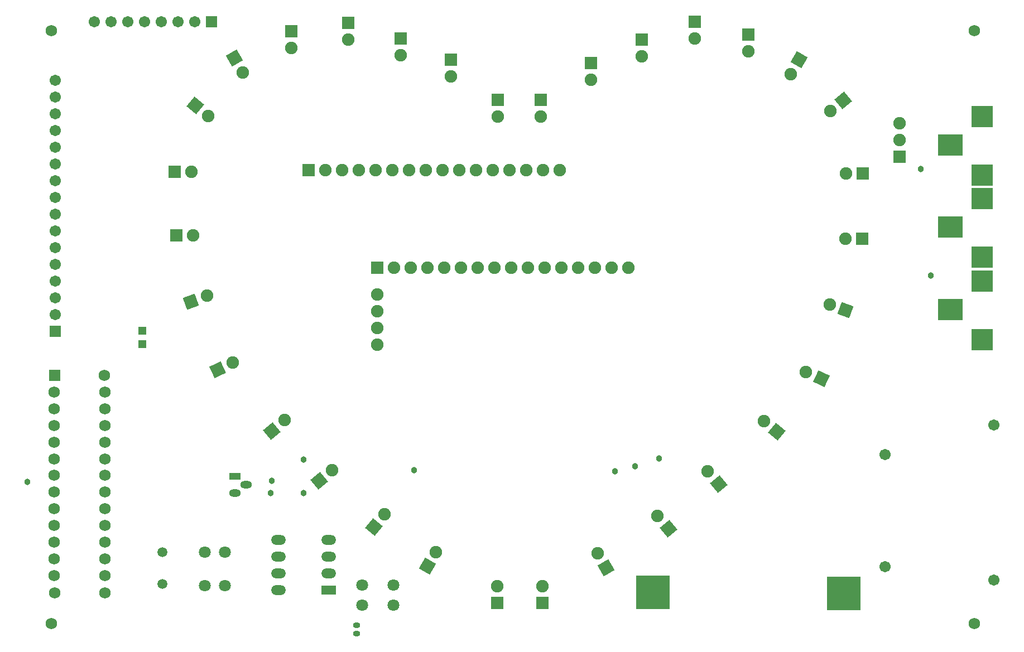
<source format=gbs>
G04*
G04 #@! TF.GenerationSoftware,Altium Limited,Altium Designer,21.2.1 (34)*
G04*
G04 Layer_Color=16711935*
%FSLAX24Y24*%
%MOIN*%
G70*
G04*
G04 #@! TF.SameCoordinates,E21C5DDE-85CC-462C-932C-37DFDCE46009*
G04*
G04*
G04 #@! TF.FilePolarity,Negative*
G04*
G01*
G75*
%ADD19R,0.0474X0.0474*%
%ADD21R,0.0710X0.0434*%
%ADD22O,0.0710X0.0434*%
%ADD23R,0.0671X0.0671*%
%ADD24C,0.0671*%
%ADD25R,0.0749X0.0749*%
%ADD26C,0.0749*%
%ADD27R,0.0671X0.0671*%
%ADD28O,0.0434X0.0356*%
%ADD29C,0.0710*%
%ADD30R,0.0749X0.0749*%
%ADD31P,0.1060X4X75.0*%
%ADD32P,0.1060X4X95.0*%
%ADD33P,0.1060X4X265.0*%
%ADD34P,0.1060X4X185.0*%
%ADD35C,0.0690*%
%ADD36R,0.0690X0.0690*%
%ADD37C,0.0592*%
%ADD38R,0.0880X0.0580*%
%ADD39O,0.0880X0.0580*%
%ADD40P,0.1060X4X155.0*%
%ADD41P,0.1060X4X160.0*%
%ADD42P,0.1060X4X175.0*%
%ADD43P,0.1060X4X195.0*%
%ADD44P,0.1060X4X290.0*%
%ADD45P,0.1060X4X295.0*%
%ADD46C,0.0680*%
%ADD47C,0.0380*%
%ADD80R,0.2049X0.2049*%
%ADD81R,0.1261X0.1261*%
%ADD82R,0.1458X0.1261*%
D19*
X7700Y19394D02*
D03*
Y18606D02*
D03*
D21*
X13250Y10700D02*
D03*
D22*
X13900Y10200D02*
D03*
X13250Y9700D02*
D03*
D23*
X11838Y37850D02*
D03*
D24*
X10838D02*
D03*
X9838D02*
D03*
X8838D02*
D03*
X7838D02*
D03*
X6838D02*
D03*
X5838D02*
D03*
X4838D02*
D03*
X2500Y20350D02*
D03*
Y21350D02*
D03*
Y22350D02*
D03*
Y23350D02*
D03*
Y24350D02*
D03*
Y25350D02*
D03*
Y26350D02*
D03*
Y27350D02*
D03*
Y28350D02*
D03*
Y29350D02*
D03*
Y30350D02*
D03*
Y31350D02*
D03*
Y32350D02*
D03*
Y33350D02*
D03*
Y34350D02*
D03*
X52074Y5296D02*
D03*
Y11989D02*
D03*
X58570Y13760D02*
D03*
Y4509D02*
D03*
D25*
X9650Y28894D02*
D03*
X52950Y29800D02*
D03*
X9750Y25094D02*
D03*
X50700Y24894D02*
D03*
X50750Y28794D02*
D03*
D26*
X10650Y28894D02*
D03*
X52950Y31800D02*
D03*
Y30800D02*
D03*
X10750Y25094D02*
D03*
X20000Y36800D02*
D03*
X13700Y34817D02*
D03*
X11633Y32229D02*
D03*
X44850Y13994D02*
D03*
X19650Y28994D02*
D03*
X18650D02*
D03*
X21650D02*
D03*
X22650D02*
D03*
X20650D02*
D03*
X30650D02*
D03*
X31650D02*
D03*
X32650D02*
D03*
X25650D02*
D03*
X23650D02*
D03*
X24650D02*
D03*
X28650D02*
D03*
X29650D02*
D03*
X26650D02*
D03*
X27650D02*
D03*
X11560Y21482D02*
D03*
X41479Y10983D02*
D03*
X22171Y8433D02*
D03*
X28950Y32194D02*
D03*
X26150Y34600D02*
D03*
X23150Y35850D02*
D03*
X16600Y36300D02*
D03*
X13100Y17494D02*
D03*
X16200Y14050D02*
D03*
X19033Y11071D02*
D03*
X25250Y6177D02*
D03*
X28900Y4144D02*
D03*
X31600D02*
D03*
X34900Y6083D02*
D03*
X38479Y8333D02*
D03*
X47350Y16944D02*
D03*
X48780Y20965D02*
D03*
X49700Y24894D02*
D03*
X49750Y28794D02*
D03*
X48817Y32529D02*
D03*
X46450Y34717D02*
D03*
X43900Y36100D02*
D03*
X40700Y36850D02*
D03*
X37550Y35800D02*
D03*
X34500Y34400D02*
D03*
X31500Y32194D02*
D03*
X26750Y23150D02*
D03*
X27750D02*
D03*
X28750D02*
D03*
X25750D02*
D03*
X22750D02*
D03*
X23750D02*
D03*
X24750D02*
D03*
X29750D02*
D03*
X34750D02*
D03*
X35750D02*
D03*
X33750D02*
D03*
X30750D02*
D03*
X31750D02*
D03*
X32750D02*
D03*
X36750D02*
D03*
X21750Y18575D02*
D03*
Y21575D02*
D03*
Y20575D02*
D03*
Y19575D02*
D03*
D27*
X2500Y19350D02*
D03*
D28*
X20500Y1300D02*
D03*
Y1800D02*
D03*
D29*
X20850Y4181D02*
D03*
Y3000D02*
D03*
X22700Y4181D02*
D03*
Y3000D02*
D03*
X12632Y6145D02*
D03*
X11451D02*
D03*
X12631Y4150D02*
D03*
X11450D02*
D03*
D30*
X20000Y37800D02*
D03*
X17650Y28994D02*
D03*
X28950Y33194D02*
D03*
X26150Y35600D02*
D03*
X23150Y36850D02*
D03*
X16600Y37300D02*
D03*
X28900Y3144D02*
D03*
X31600D02*
D03*
X43900Y37100D02*
D03*
X40700Y37850D02*
D03*
X37550Y36800D02*
D03*
X34500Y35400D02*
D03*
X31500Y33194D02*
D03*
X21750Y23150D02*
D03*
D31*
X13200Y35683D02*
D03*
X35400Y5217D02*
D03*
D32*
X10867Y32871D02*
D03*
X45616Y13351D02*
D03*
D33*
X42121Y10217D02*
D03*
X39121Y7567D02*
D03*
D34*
X21529Y7667D02*
D03*
D35*
X2450Y14741D02*
D03*
Y15740D02*
D03*
Y13742D02*
D03*
X5457Y9746D02*
D03*
Y10745D02*
D03*
Y11744D02*
D03*
Y12743D02*
D03*
Y13742D02*
D03*
Y14741D02*
D03*
Y15740D02*
D03*
X5453Y16739D02*
D03*
X2450Y9746D02*
D03*
Y10745D02*
D03*
Y11744D02*
D03*
Y12743D02*
D03*
Y5750D02*
D03*
Y6749D02*
D03*
Y7748D02*
D03*
Y8747D02*
D03*
X5457Y4751D02*
D03*
Y3737D02*
D03*
X2461D02*
D03*
X2450Y4751D02*
D03*
X5457Y8747D02*
D03*
Y7748D02*
D03*
Y6749D02*
D03*
Y5750D02*
D03*
D36*
X2461Y16739D02*
D03*
D37*
X8900Y6150D02*
D03*
Y4260D02*
D03*
D38*
X18850Y3900D02*
D03*
D39*
Y4900D02*
D03*
Y5900D02*
D03*
Y6900D02*
D03*
X15850Y3900D02*
D03*
Y4900D02*
D03*
Y5900D02*
D03*
Y6900D02*
D03*
D40*
X10620Y21140D02*
D03*
D41*
X12194Y17071D02*
D03*
D42*
X15434Y13407D02*
D03*
X18267Y10429D02*
D03*
X49583Y33171D02*
D03*
D43*
X24750Y5311D02*
D03*
X46950Y35583D02*
D03*
D44*
X48256Y16521D02*
D03*
D45*
X49720Y20623D02*
D03*
D46*
X57387Y1906D02*
D03*
Y37339D02*
D03*
X2269Y1906D02*
D03*
Y37339D02*
D03*
D47*
X17350Y9700D02*
D03*
X15370D02*
D03*
X17350Y11680D02*
D03*
X54820Y22710D02*
D03*
X38580Y11750D02*
D03*
X37151Y11290D02*
D03*
X35949Y10983D02*
D03*
X23940Y11071D02*
D03*
X850Y10360D02*
D03*
X15434Y10429D02*
D03*
X54200Y29050D02*
D03*
D80*
X49600Y3700D02*
D03*
X38200Y3750D02*
D03*
D81*
X57870Y28681D02*
D03*
Y32181D02*
D03*
Y23778D02*
D03*
Y27278D02*
D03*
X57880Y18854D02*
D03*
Y22354D02*
D03*
D82*
X55970Y30481D02*
D03*
Y25578D02*
D03*
X55980Y20654D02*
D03*
M02*

</source>
